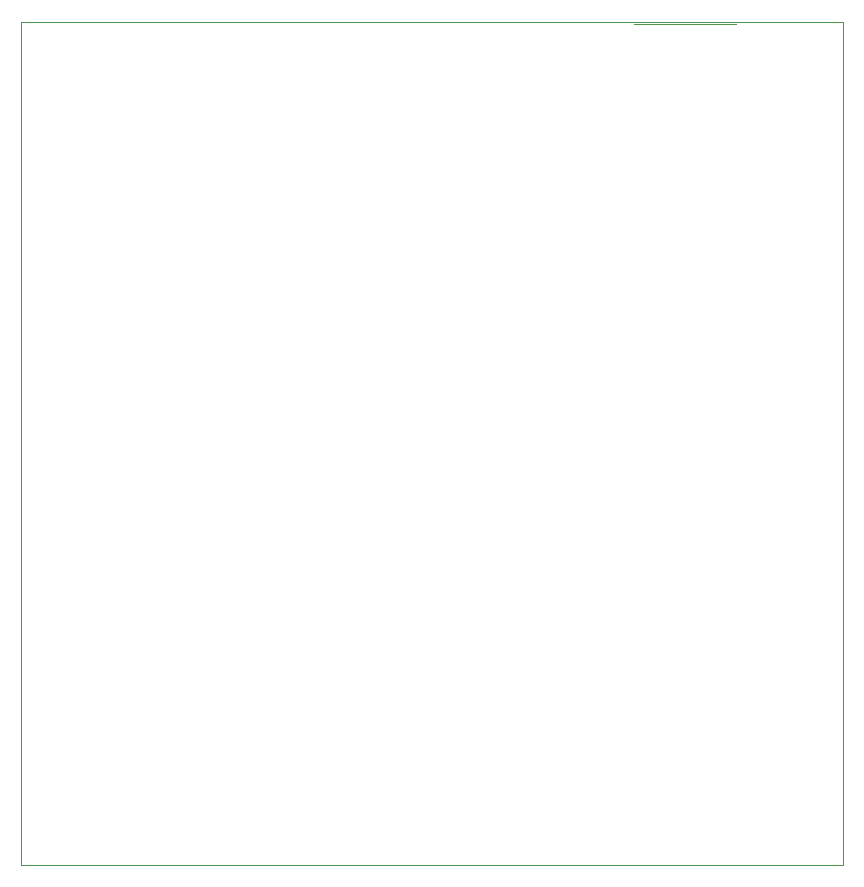
<source format=gbr>
%TF.GenerationSoftware,KiCad,Pcbnew,(6.0.7)*%
%TF.CreationDate,2022-10-02T00:57:54+02:00*%
%TF.ProjectId,sensor_modul,73656e73-6f72-45f6-9d6f-64756c2e6b69,rev?*%
%TF.SameCoordinates,Original*%
%TF.FileFunction,Profile,NP*%
%FSLAX46Y46*%
G04 Gerber Fmt 4.6, Leading zero omitted, Abs format (unit mm)*
G04 Created by KiCad (PCBNEW (6.0.7)) date 2022-10-02 00:57:54*
%MOMM*%
%LPD*%
G01*
G04 APERTURE LIST*
%TA.AperFunction,Profile*%
%ADD10C,0.100000*%
%TD*%
G04 APERTURE END LIST*
D10*
X61700000Y-27800000D02*
X131300000Y-27800000D01*
X131300000Y-27800000D02*
X131300000Y-99200000D01*
X131300000Y-99200000D02*
X61700000Y-99200000D01*
X61700000Y-99200000D02*
X61700000Y-27800000D01*
%TO.C,J2*%
X122200000Y-28000000D02*
X113600000Y-28000000D01*
%TD*%
M02*

</source>
